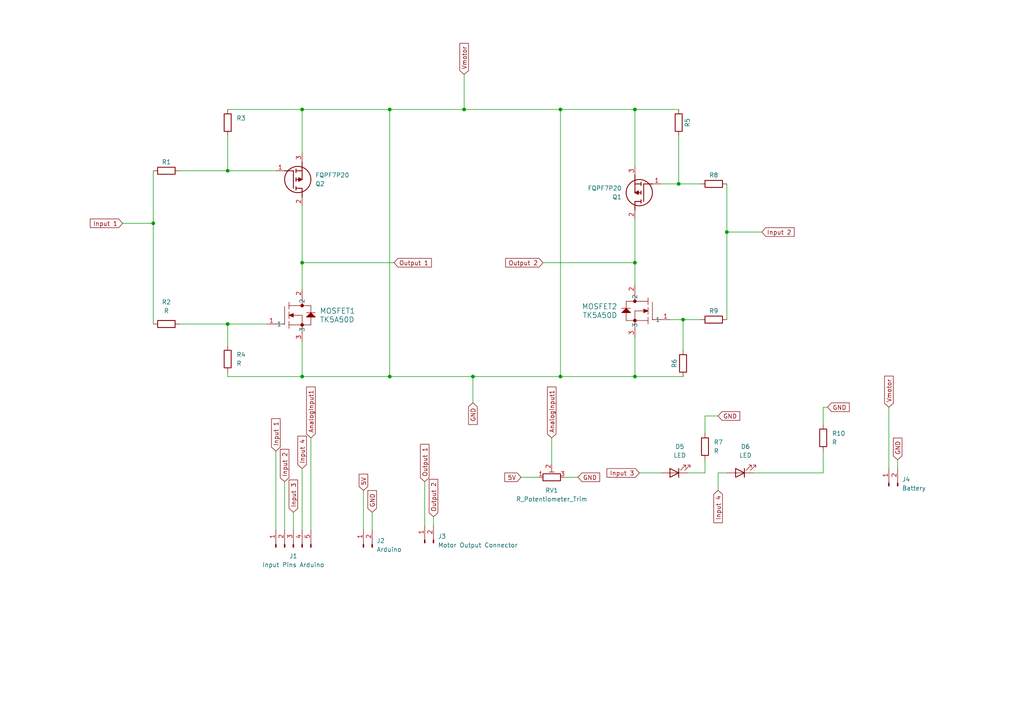
<source format=kicad_sch>
(kicad_sch (version 20231120) (generator "eeschema") (generator_version "8.0")
  (paper "A4")
  (lib_symbols
    (symbol "Connector:Conn_01x02_Pin" (pin_names (offset 1.016) hide)
      (property "Reference" "J" (at 0 2.54 0))
      (property "Value" "Conn_01x02_Pin" (at 0 -5.08 0))
      (symbol "Conn_01x02_Pin_1_1"
        (polyline (pts (xy 1.27 -2.54) (xy 0.8636 -2.54)) (stroke (width 0.1524)))
        (polyline (pts (xy 1.27 0) (xy 0.8636 0)) (stroke (width 0.1524)))
        (rectangle (start 0.8636 -2.413) (end 0 -2.667) (stroke (width 0.1524)) (fill (type outline)))
        (rectangle (start 0.8636 0.127) (end 0 -0.127) (stroke (width 0.1524)) (fill (type outline)))
        (pin passive line (at 5.08 0 180) (length 3.81) (name "Pin_1") (number "1"))
        (pin passive line (at 5.08 -2.54 180) (length 3.81) (name "Pin_2") (number "2"))
      )
    )
    (symbol "Connector:Conn_01x05_Pin" (pin_names (offset 1.016) hide)
      (property "Reference" "J" (at 0 7.62 0))
      (property "Value" "Conn_01x05_Pin" (at 0 -7.62 0))
      (symbol "Conn_01x05_Pin_1_1"
        (polyline (pts (xy 1.27 -5.08) (xy 0.8636 -5.08)) (stroke (width 0.1524)))
        (polyline (pts (xy 1.27 -2.54) (xy 0.8636 -2.54)) (stroke (width 0.1524)))
        (polyline (pts (xy 1.27 0) (xy 0.8636 0)) (stroke (width 0.1524)))
        (polyline (pts (xy 1.27 2.54) (xy 0.8636 2.54)) (stroke (width 0.1524)))
        (polyline (pts (xy 1.27 5.08) (xy 0.8636 5.08)) (stroke (width 0.1524)))
        (rectangle (start 0.8636 -4.953) (end 0 -5.207) (stroke (width 0.1524)) (fill (type outline)))
        (rectangle (start 0.8636 -2.413) (end 0 -2.667) (stroke (width 0.1524)) (fill (type outline)))
        (rectangle (start 0.8636 0.127) (end 0 -0.127) (stroke (width 0.1524)) (fill (type outline)))
        (rectangle (start 0.8636 2.667) (end 0 2.413) (stroke (width 0.1524)) (fill (type outline)))
        (rectangle (start 0.8636 5.207) (end 0 4.953) (stroke (width 0.1524)) (fill (type outline)))
        (pin passive line (at 5.08 5.08 180) (length 3.81) (name "Pin_1") (number "1"))
        (pin passive line (at 5.08 2.54 180) (length 3.81) (name "Pin_2") (number "2"))
        (pin passive line (at 5.08 0 180) (length 3.81) (name "Pin_3") (number "3"))
        (pin passive line (at 5.08 -2.54 180) (length 3.81) (name "Pin_4") (number "4"))
        (pin passive line (at 5.08 -5.08 180) (length 3.81) (name "Pin_5") (number "5"))
      )
    )
    (symbol "Device:LED" (pin_numbers hide) (pin_names (offset 1.016) hide)
      (property "Reference" "D" (at 0 2.54 0))
      (property "Value" "LED" (at 0 -2.54 0))
      (symbol "LED_0_1"
        (polyline (pts (xy -1.27 -1.27) (xy -1.27 1.27)) (stroke (width 0.254)))
        (polyline (pts (xy -1.27 0) (xy 1.27 0)))
        (polyline (pts (xy 1.27 -1.27) (xy 1.27 1.27) (xy -1.27 0) (xy 1.27 -1.27)) (stroke (width 0.254)))
        (polyline (pts (xy -3.048 -0.762) (xy -4.572 -2.286) (xy -3.81 -2.286) (xy -4.572 -2.286) (xy -4.572 -1.524)))
        (polyline (pts (xy -1.778 -0.762) (xy -3.302 -2.286) (xy -2.54 -2.286) (xy -3.302 -2.286) (xy -3.302 -1.524)))
      )
      (symbol "LED_1_1"
        (pin passive line (at -3.81 0 0) (length 2.54) (name "K") (number "1"))
        (pin passive line (at 3.81 0 180) (length 2.54) (name "A") (number "2"))
      )
    )
    (symbol "Device:R" (pin_numbers hide) (pin_names (offset 0))
      (property "Reference" "R" (at 2.032 0 90))
      (property "Value" "R" (at 0 0 90))
      (symbol "R_0_1"
        (rectangle (start -1.016 -2.54) (end 1.016 2.54) (stroke (width 0.254)))
      )
      (symbol "R_1_1"
        (pin passive line (at 0 3.81 270) (length 1.27) (name "~") (number "1"))
        (pin passive line (at 0 -3.81 90) (length 1.27) (name "~") (number "2"))
      )
    )
    (symbol "Device:R_Potentiometer_Trim" (pin_names (offset 1.016) hide)
      (property "Reference" "RV" (at -4.445 0 90))
      (property "Value" "R_Potentiometer_Trim" (at -2.54 0 90))
      (symbol "R_Potentiometer_Trim_0_1"
        (polyline (pts (xy 1.524 0.762) (xy 1.524 -0.762)))
        (polyline (pts (xy 2.54 0) (xy 1.524 0)))
        (rectangle (start 1.016 2.54) (end -1.016 -2.54) (stroke (width 0.254)))
      )
      (symbol "R_Potentiometer_Trim_1_1"
        (pin passive line (at 0 3.81 270) (length 1.27) (name "1") (number "1"))
        (pin passive line (at 3.81 0 180) (length 1.27) (name "2") (number "2"))
        (pin passive line (at 0 -3.81 90) (length 1.27) (name "3") (number "3"))
      )
    )
    (symbol "FQPF7P20:FQPF7P20" (pin_names hide)
      (property "Reference" "Q" (at 11.43 3.81 0))
      (property "Value" "FQPF7P20" (at 11.43 1.27 0))
      (symbol "FQPF7P20_1_1"
        (polyline (pts (xy 2.54 0) (xy 5.08 0)) (stroke (width 0.254)))
        (polyline (pts (xy 5.08 5.08) (xy 5.08 0)) (stroke (width 0.254)))
        (polyline (pts (xy 5.842 -0.508) (xy 5.842 0.508)) (stroke (width 0.254)))
        (polyline (pts (xy 5.842 0) (xy 7.62 0)) (stroke (width 0.254)))
        (polyline (pts (xy 5.842 2.032) (xy 5.842 3.048)) (stroke (width 0.254)))
        (polyline (pts (xy 5.842 5.588) (xy 5.842 4.572)) (stroke (width 0.254)))
        (polyline (pts (xy 7.62 2.54) (xy 5.842 2.54)) (stroke (width 0.254)))
        (polyline (pts (xy 7.62 2.54) (xy 7.62 -2.54)) (stroke (width 0.254)))
        (polyline (pts (xy 7.62 5.08) (xy 5.842 5.08)) (stroke (width 0.254)))
        (polyline (pts (xy 7.62 5.08) (xy 7.62 7.62)) (stroke (width 0.254)))
        (polyline (pts (xy 7.62 2.54) (xy 6.604 3.048) (xy 6.604 2.032) (xy 7.62 2.54)) (stroke (width 0.254)) (fill (type outline)))
        (circle (center 6.35 2.54) (radius 3.81) (stroke (width 0.254)))
        (pin passive line (at 0 0 0) (length 2.54) (name "G") (number "1"))
        (pin passive line (at 7.62 10.16 270) (length 2.54) (name "D") (number "2"))
        (pin passive line (at 7.62 -5.08 90) (length 2.54) (name "S") (number "3"))
      )
    )
    (symbol "TK5A50D:TK5A50D" (pin_names (offset 0.254))
      (property "Reference" "MOSFET" (at 0 0 0))
      (property "Value" "TK5A50D" (at 0 0 0))
      (symbol "TK5A50D_0_1"
        (polyline (pts (xy 2.54 -7.62) (xy 0 -7.62)) (stroke (width 0.1524)))
        (polyline (pts (xy 2.54 -7.62) (xy 2.286 -7.62)) (stroke (width 0.1524)))
        (polyline (pts (xy 2.54 -7.62) (xy 2.54 -2.54)) (stroke (width 0.1524)))
        (polyline (pts (xy 3.81 -8.89) (xy 3.81 -6.858)) (stroke (width 0.1524)))
        (polyline (pts (xy 3.81 -7.874) (xy 10.16 -7.874)) (stroke (width 0.1524)))
        (polyline (pts (xy 3.81 -6.096) (xy 3.81 -4.064)) (stroke (width 0.1524)))
        (polyline (pts (xy 3.81 -5.08) (xy 5.08 -4.572)) (stroke (width 0.1524)))
        (polyline (pts (xy 3.81 -3.302) (xy 3.81 -1.27)) (stroke (width 0.1524)))
        (polyline (pts (xy 5.08 -5.588) (xy 3.81 -5.08)) (stroke (width 0.1524)))
        (polyline (pts (xy 5.08 -5.08) (xy 7.62 -5.08)) (stroke (width 0.1524)))
        (polyline (pts (xy 5.08 -4.572) (xy 5.08 -5.588)) (stroke (width 0.1524)))
        (polyline (pts (xy 7.62 -5.08) (xy 7.62 -10.16)) (stroke (width 0.1524)))
        (polyline (pts (xy 7.62 0) (xy 7.62 -2.286)) (stroke (width 0.1524)))
        (polyline (pts (xy 8.89 -5.588) (xy 11.43 -5.588)) (stroke (width 0.1524)))
        (polyline (pts (xy 8.89 -4.318) (xy 11.43 -4.318)) (stroke (width 0.1524)))
        (polyline (pts (xy 10.16 -7.874) (xy 10.16 -5.588)) (stroke (width 0.1524)))
        (polyline (pts (xy 10.16 -4.318) (xy 8.89 -5.588)) (stroke (width 0.1524)))
        (polyline (pts (xy 10.16 -4.318) (xy 10.16 -2.286)) (stroke (width 0.1524)))
        (polyline (pts (xy 10.16 -2.286) (xy 3.81 -2.286)) (stroke (width 0.1524)))
        (polyline (pts (xy 11.43 -5.588) (xy 10.16 -4.318)) (stroke (width 0.1524)))
        (polyline (pts (xy 5.08 -4.572) (xy 3.81 -5.08) (xy 5.08 -5.588)) (fill (type outline)))
        (polyline (pts (xy 10.16 -4.318) (xy 8.89 -5.588) (xy 11.43 -5.588)) (fill (type outline)))
        (circle (center 7.62 -7.874) (radius 0.254) (stroke (width 0.508)))
        (circle (center 7.62 -2.286) (radius 0.254) (stroke (width 0.508)))
        (pin unspecified line (at -2.54 -7.62 0) (length 2.54) (name "1") (number "1"))
        (pin unspecified line (at 7.62 2.54 270) (length 2.54) (name "2") (number "2"))
        (pin unspecified line (at 7.62 -12.7 90) (length 2.54) (name "3") (number "3"))
      )
    )
    (symbol "TK5A50D_1" (pin_names (offset 0.254))
      (property "Reference" "MOSFET2" (at 12.7 -3.8099 0))
      (property "Value" "TK5A50D" (at 12.7 -6.3499 0))
      (symbol "TK5A50D_1_0_1"
        (polyline (pts (xy 2.54 -7.62) (xy 0 -7.62)) (stroke (width 0.1524)))
        (polyline (pts (xy 2.54 -7.62) (xy 2.286 -7.62)) (stroke (width 0.1524)))
        (polyline (pts (xy 2.54 -7.62) (xy 2.54 -2.54)) (stroke (width 0.1524)))
        (polyline (pts (xy 3.81 -8.89) (xy 3.81 -6.858)) (stroke (width 0.1524)))
        (polyline (pts (xy 3.81 -7.874) (xy 10.16 -7.874)) (stroke (width 0.1524)))
        (polyline (pts (xy 3.81 -6.096) (xy 3.81 -4.064)) (stroke (width 0.1524)))
        (polyline (pts (xy 3.81 -5.08) (xy 5.08 -4.572)) (stroke (width 0.1524)))
        (polyline (pts (xy 3.81 -3.302) (xy 3.81 -1.27)) (stroke (width 0.1524)))
        (polyline (pts (xy 5.08 -5.588) (xy 3.81 -5.08)) (stroke (width 0.1524)))
        (polyline (pts (xy 5.08 -5.08) (xy 7.62 -5.08)) (stroke (width 0.1524)))
        (polyline (pts (xy 5.08 -4.572) (xy 5.08 -5.588)) (stroke (width 0.1524)))
        (polyline (pts (xy 7.62 -5.08) (xy 7.62 -10.16)) (stroke (width 0.1524)))
        (polyline (pts (xy 7.62 0) (xy 7.62 -2.286)) (stroke (width 0.1524)))
        (polyline (pts (xy 8.89 -5.588) (xy 11.43 -5.588)) (stroke (width 0.1524)))
        (polyline (pts (xy 8.89 -4.318) (xy 11.43 -4.318)) (stroke (width 0.1524)))
        (polyline (pts (xy 10.16 -7.874) (xy 10.16 -5.588)) (stroke (width 0.1524)))
        (polyline (pts (xy 10.16 -4.318) (xy 8.89 -5.588)) (stroke (width 0.1524)))
        (polyline (pts (xy 10.16 -4.318) (xy 10.16 -2.286)) (stroke (width 0.1524)))
        (polyline (pts (xy 10.16 -2.286) (xy 3.81 -2.286)) (stroke (width 0.1524)))
        (polyline (pts (xy 11.43 -5.588) (xy 10.16 -4.318)) (stroke (width 0.1524)))
        (polyline (pts (xy 5.08 -4.572) (xy 3.81 -5.08) (xy 5.08 -5.588)) (fill (type outline)))
        (polyline (pts (xy 10.16 -4.318) (xy 8.89 -5.588) (xy 11.43 -5.588)) (fill (type outline)))
        (circle (center 7.62 -7.874) (radius 0.254) (stroke (width 0.508)))
        (circle (center 7.62 -2.286) (radius 0.254) (stroke (width 0.508)))
        (pin unspecified line (at -2.54 -7.62 0) (length 2.54) (name "1") (number "1"))
        (pin unspecified line (at 7.62 2.54 270) (length 2.54) (name "2") (number "2"))
        (pin unspecified line (at 7.62 -12.7 90) (length 2.54) (name "3") (number "3"))
      )
    )
  )
  (junction (at 198.12 92.71))
  (junction (at 162.56 31.75))
  (junction (at 87.63 76.2))
  (junction (at 137.16 109.22))
  (junction (at 134.62 31.75))
  (junction (at 113.03 31.75))
  (junction (at 66.04 49.53))
  (junction (at 44.45 64.77))
  (junction (at 66.04 93.98))
  (junction (at 87.63 31.75))
  (junction (at 184.15 31.75))
  (junction (at 196.85 53.34))
  (junction (at 210.82 67.31))
  (junction (at 184.15 76.2))
  (junction (at 113.03 109.22))
  (junction (at 184.15 109.22))
  (junction (at 87.63 109.22))
  (junction (at 162.56 109.22))
  (wire (pts (xy 163.83 138.43) (xy 167.64 138.43)))
  (wire (pts (xy 66.04 93.98) (xy 66.04 100.33)))
  (wire (pts (xy 87.63 76.2) (xy 114.3 76.2)))
  (wire (pts (xy 218.44 137.16) (xy 238.76 137.16)))
  (wire (pts (xy 260.35 133.35) (xy 260.35 135.89)))
  (wire (pts (xy 125.73 149.86) (xy 125.73 152.4)))
  (wire (pts (xy 238.76 118.11) (xy 238.76 123.19)))
  (wire (pts (xy 184.15 63.5) (xy 184.15 76.2)))
  (wire (pts (xy 208.28 120.65) (xy 204.47 120.65)))
  (wire (pts (xy 198.12 92.71) (xy 203.2 92.71)))
  (wire (pts (xy 208.28 137.16) (xy 210.82 137.16)))
  (wire (pts (xy 66.04 39.37) (xy 66.04 49.53)))
  (wire (pts (xy 52.07 93.98) (xy 66.04 93.98)))
  (wire (pts (xy 87.63 31.75) (xy 87.63 44.45)))
  (wire (pts (xy 66.04 31.75) (xy 87.63 31.75)))
  (wire (pts (xy 204.47 120.65) (xy 204.47 125.73)))
  (wire (pts (xy 85.09 148.59) (xy 85.09 153.67)))
  (wire (pts (xy 210.82 67.31) (xy 210.82 92.71)))
  (wire (pts (xy 194.31 92.71) (xy 198.12 92.71)))
  (wire (pts (xy 52.07 49.53) (xy 66.04 49.53)))
  (wire (pts (xy 90.17 127) (xy 90.17 153.67)))
  (wire (pts (xy 184.15 48.26) (xy 184.15 31.75)))
  (wire (pts (xy 44.45 64.77) (xy 44.45 93.98)))
  (wire (pts (xy 35.56 64.77) (xy 44.45 64.77)))
  (wire (pts (xy 184.15 76.2) (xy 184.15 82.55)))
  (wire (pts (xy 157.48 76.2) (xy 184.15 76.2)))
  (wire (pts (xy 105.41 142.24) (xy 105.41 153.67)))
  (wire (pts (xy 151.13 138.43) (xy 156.21 138.43)))
  (wire (pts (xy 162.56 31.75) (xy 184.15 31.75)))
  (wire (pts (xy 87.63 135.89) (xy 87.63 153.67)))
  (wire (pts (xy 185.42 137.16) (xy 191.77 137.16)))
  (wire (pts (xy 44.45 64.77) (xy 44.45 49.53)))
  (wire (pts (xy 66.04 109.22) (xy 87.63 109.22)))
  (wire (pts (xy 162.56 109.22) (xy 184.15 109.22)))
  (wire (pts (xy 134.62 21.59) (xy 134.62 31.75)))
  (wire (pts (xy 87.63 31.75) (xy 113.03 31.75)))
  (wire (pts (xy 80.01 130.81) (xy 80.01 153.67)))
  (wire (pts (xy 220.98 67.31) (xy 210.82 67.31)))
  (wire (pts (xy 191.77 53.34) (xy 196.85 53.34)))
  (wire (pts (xy 66.04 107.95) (xy 66.04 109.22)))
  (wire (pts (xy 184.15 97.79) (xy 184.15 109.22)))
  (wire (pts (xy 184.15 109.22) (xy 198.12 109.22)))
  (wire (pts (xy 87.63 76.2) (xy 87.63 83.82)))
  (wire (pts (xy 199.39 137.16) (xy 204.47 137.16)))
  (wire (pts (xy 196.85 39.37) (xy 196.85 53.34)))
  (wire (pts (xy 113.03 109.22) (xy 137.16 109.22)))
  (wire (pts (xy 66.04 93.98) (xy 77.47 93.98)))
  (wire (pts (xy 113.03 31.75) (xy 134.62 31.75)))
  (wire (pts (xy 82.55 139.7) (xy 82.55 153.67)))
  (wire (pts (xy 198.12 92.71) (xy 198.12 101.6)))
  (wire (pts (xy 162.56 31.75) (xy 162.56 109.22)))
  (wire (pts (xy 113.03 31.75) (xy 113.03 109.22)))
  (wire (pts (xy 87.63 109.22) (xy 113.03 109.22)))
  (wire (pts (xy 238.76 137.16) (xy 238.76 130.81)))
  (wire (pts (xy 123.19 139.7) (xy 123.19 152.4)))
  (wire (pts (xy 204.47 137.16) (xy 204.47 133.35)))
  (wire (pts (xy 196.85 53.34) (xy 203.2 53.34)))
  (wire (pts (xy 137.16 109.22) (xy 137.16 116.84)))
  (wire (pts (xy 134.62 31.75) (xy 162.56 31.75)))
  (wire (pts (xy 66.04 49.53) (xy 80.01 49.53)))
  (wire (pts (xy 87.63 59.69) (xy 87.63 76.2)))
  (wire (pts (xy 210.82 67.31) (xy 210.82 53.34)))
  (wire (pts (xy 208.28 142.24) (xy 208.28 137.16)))
  (wire (pts (xy 240.03 118.11) (xy 238.76 118.11)))
  (wire (pts (xy 257.81 118.11) (xy 257.81 135.89)))
  (wire (pts (xy 160.02 127) (xy 160.02 134.62)))
  (wire (pts (xy 107.95 148.59) (xy 107.95 153.67)))
  (wire (pts (xy 184.15 31.75) (xy 196.85 31.75)))
  (wire (pts (xy 87.63 99.06) (xy 87.63 109.22)))
  (wire (pts (xy 137.16 109.22) (xy 162.56 109.22)))
  (global_label "GND" (shape input) (at 240.03 118.11 0) (property "Intersheetrefs" "${INTERSHEET_REFS}" (effects (hide yes))))
  (global_label "GND" (shape input) (at 167.64 138.43 0) (property "Intersheetrefs" "${INTERSHEET_REFS}" (effects (hide yes))))
  (global_label "Vmotor" (shape input) (at 134.62 21.59 90) (property "Intersheetrefs" "${INTERSHEET_REFS}" (effects (hide yes))))
  (global_label "5V" (shape input) (at 105.41 142.24 90) (property "Intersheetrefs" "${INTERSHEET_REFS}" (effects (hide yes))))
  (global_label "Input 2" (shape input) (at 220.98 67.31 0) (property "Intersheetrefs" "${INTERSHEET_REFS}" (effects (hide yes))))
  (global_label "Input 3" (shape input) (at 85.09 148.59 90) (property "Intersheetrefs" "${INTERSHEET_REFS}" (effects (hide yes))))
  (global_label "Input 4" (shape input) (at 208.28 142.24 270) (property "Intersheetrefs" "${INTERSHEET_REFS}" (effects (hide yes))))
  (global_label "Output 2" (shape input) (at 157.48 76.2 180) (property "Intersheetrefs" "${INTERSHEET_REFS}" (effects (hide yes))))
  (global_label "Vmotor" (shape input) (at 257.81 118.11 90) (property "Intersheetrefs" "${INTERSHEET_REFS}" (effects (hide yes))))
  (global_label "GND" (shape input) (at 260.35 133.35 90) (property "Intersheetrefs" "${INTERSHEET_REFS}" (effects (hide yes))))
  (global_label "Output 2" (shape input) (at 125.73 149.86 90) (property "Intersheetrefs" "${INTERSHEET_REFS}" (effects (hide yes))))
  (global_label "Input 1" (shape input) (at 35.56 64.77 180) (property "Intersheetrefs" "${INTERSHEET_REFS}" (effects (hide yes))))
  (global_label "Input 2" (shape input) (at 82.55 139.7 90) (property "Intersheetrefs" "${INTERSHEET_REFS}" (effects (hide yes))))
  (global_label "AnalogInput1" (shape input) (at 160.02 127 90) (property "Intersheetrefs" "${INTERSHEET_REFS}" (effects (hide yes))))
  (global_label "5V" (shape input) (at 151.13 138.43 180) (property "Intersheetrefs" "${INTERSHEET_REFS}" (effects (hide yes))))
  (global_label "Input 4" (shape input) (at 87.63 135.89 90) (property "Intersheetrefs" "${INTERSHEET_REFS}" (effects (hide yes))))
  (global_label "Input 3" (shape input) (at 185.42 137.16 180) (property "Intersheetrefs" "${INTERSHEET_REFS}" (effects (hide yes))))
  (global_label "GND" (shape input) (at 208.28 120.65 0) (property "Intersheetrefs" "${INTERSHEET_REFS}" (effects (hide yes))))
  (global_label "Output 1" (shape input) (at 114.3 76.2 0) (property "Intersheetrefs" "${INTERSHEET_REFS}" (effects (hide yes))))
  (global_label "GND" (shape input) (at 107.95 148.59 90) (property "Intersheetrefs" "${INTERSHEET_REFS}" (effects (hide yes))))
  (global_label "GND" (shape input) (at 137.16 116.84 270) (property "Intersheetrefs" "${INTERSHEET_REFS}" (effects (hide yes))))
  (global_label "Output 1" (shape input) (at 123.19 139.7 90) (property "Intersheetrefs" "${INTERSHEET_REFS}" (effects (hide yes))))
  (global_label "AnalogInput1" (shape input) (at 90.17 127 90) (property "Intersheetrefs" "${INTERSHEET_REFS}" (effects (hide yes))))
  (global_label "Input 1" (shape input) (at 80.01 130.81 90) (property "Intersheetrefs" "${INTERSHEET_REFS}" (effects (hide yes))))
  (symbol (lib_id "Device:R") (at 198.12 105.41 0) (unit 1)
    (property "Reference" "R6" (at 195.58 105.41 90))
    (property "Value" "R" (effects (hide yes)))
    (property "Footprint" "Resistor_THT:R_Axial_DIN0207_L6.3mm_D2.5mm_P10.16mm_Horizontal" (effects (hide yes)))
    (property "Description" "Resistor" (effects (hide yes)))
  )
  (symbol (lib_id "Device:R") (at 48.26 49.53 270) (unit 1)
    (property "Reference" "R1" (at 48.26 46.99 90))
    (property "Value" "R" (effects (hide yes)))
    (property "Footprint" "Resistor_THT:R_Axial_DIN0207_L6.3mm_D2.5mm_P10.16mm_Horizontal" (effects (hide yes)))
    (property "Description" "Resistor" (effects (hide yes)))
  )
  (symbol (lib_id "Connector:Conn_01x05_Pin") (at 85.09 158.75 90) (unit 1)
    (property "Reference" "J1" (at 85.09 161.29 90))
    (property "Value" "Input Pins Arduino" (at 85.09 163.83 90))
    (property "Footprint" "Connector_PinHeader_2.54mm:PinHeader_1x05_P2.54mm_Vertical" (effects (hide yes)))
    (property "Description" "Generic connector, single row, 01x05, script generated" (effects (hide yes)))
  )
  (symbol (lib_id "Connector:Conn_01x02_Pin") (at 105.41 158.75 90) (unit 1)
    (property "Reference" "J2" (at 109.22 156.8449 90) (effects (justify right)))
    (property "Value" "Arduino" (at 109.22 159.3849 90) (effects (justify right)))
    (property "Footprint" "Connector_PinHeader_2.54mm:PinHeader_1x02_P2.54mm_Vertical" (effects (hide yes)))
    (property "Description" "Generic connector, single row, 01x02, script generated" (effects (hide yes)))
  )
  (symbol (lib_id "Device:R_Potentiometer_Trim") (at 160.02 138.43 90) (unit 1)
    (property "Reference" "RV1" (at 160.02 142.24 90))
    (property "Value" "R_Potentiometer_Trim" (at 160.02 144.78 90))
    (property "Footprint" "Potentiometer_THT:Potentiometer_Bourns_3296Y_Vertical" (effects (hide yes)))
    (property "Description" "Trim-potentiometer" (effects (hide yes)))
  )
  (symbol (lib_id "Device:R") (at 207.01 53.34 270) (unit 1)
    (property "Reference" "R8" (at 207.01 50.8 90))
    (property "Value" "R" (effects (hide yes)))
    (property "Footprint" "Resistor_THT:R_Axial_DIN0207_L6.3mm_D2.5mm_P10.16mm_Horizontal" (effects (hide yes)))
    (property "Description" "Resistor" (effects (hide yes)))
  )
  (symbol (lib_id "Device:R") (at 48.26 93.98 270) (unit 1)
    (property "Reference" "R2" (at 48.26 87.63 90))
    (property "Value" "R" (at 48.26 90.17 90))
    (property "Footprint" "Resistor_THT:R_Axial_DIN0207_L6.3mm_D2.5mm_P10.16mm_Horizontal" (effects (hide yes)))
    (property "Description" "Resistor" (effects (hide yes)))
  )
  (symbol (lib_id "Device:R") (at 238.76 127 0) (unit 1)
    (property "Reference" "R10" (at 241.3 125.7299 0) (effects (justify left)))
    (property "Value" "R" (at 241.3 128.2699 0) (effects (justify left)))
    (property "Footprint" "Resistor_THT:R_Axial_DIN0207_L6.3mm_D2.5mm_P10.16mm_Horizontal" (effects (hide yes)))
    (property "Description" "Resistor" (effects (hide yes)))
  )
  (symbol (lib_id "Device:LED") (at 195.58 137.16 180) (unit 1)
    (property "Reference" "D5" (at 197.1675 129.54 0))
    (property "Value" "LED" (at 197.1675 132.08 0))
    (property "Footprint" "LED_THT:LED_D3.0mm_Horizontal_O1.27mm_Z2.0mm" (effects (hide yes)))
    (property "Description" "Light emitting diode" (effects (hide yes)))
  )
  (symbol (lib_id "Device:R") (at 204.47 129.54 0) (unit 1)
    (property "Reference" "R7" (at 207.01 128.2699 0) (effects (justify left)))
    (property "Value" "R" (at 207.01 130.8099 0) (effects (justify left)))
    (property "Footprint" "Resistor_THT:R_Axial_DIN0207_L6.3mm_D2.5mm_P10.16mm_Horizontal" (effects (hide yes)))
    (property "Description" "Resistor" (effects (hide yes)))
  )
  (symbol (lib_id "Device:R") (at 196.85 35.56 180) (unit 1)
    (property "Reference" "R5" (at 199.39 35.56 90))
    (property "Value" "R" (effects (hide yes)))
    (property "Footprint" "Resistor_THT:R_Axial_DIN0207_L6.3mm_D2.5mm_P10.16mm_Horizontal" (effects (hide yes)))
    (property "Description" "Resistor" (effects (hide yes)))
  )
  (symbol (lib_id "Device:R") (at 66.04 104.14 0) (unit 1)
    (property "Reference" "R4" (at 68.58 102.8699 0) (effects (justify left)))
    (property "Value" "R" (at 68.58 105.4099 0) (effects (justify left)))
    (property "Footprint" "Resistor_THT:R_Axial_DIN0207_L6.3mm_D2.5mm_P10.16mm_Horizontal" (effects (hide yes)))
    (property "Description" "Resistor" (effects (hide yes)))
  )
  (symbol (lib_id "Device:LED") (at 214.63 137.16 180) (unit 1)
    (property "Reference" "D6" (at 216.2175 129.54 0))
    (property "Value" "LED" (at 216.2175 132.08 0))
    (property "Footprint" "LED_THT:LED_D3.0mm_Horizontal_O1.27mm_Z2.0mm" (effects (hide yes)))
    (property "Description" "Light emitting diode" (effects (hide yes)))
  )
  (symbol (lib_id "FQPF7P20:FQPF7P20") (at 80.01 49.53 0) (mirror x) (unit 1)
    (property "Reference" "Q2" (at 91.44 53.3401 0) (effects (justify left)))
    (property "Value" "FQPF7P20" (at 91.44 50.8001 0) (effects (justify left)))
    (property "Footprint" "TO254P274X1016X1970-3P" (effects (hide yes)))
    (property "Datasheet" "https://www.onsemi.com/pub/Collateral/FQPF7P20-D.pdf" (effects (hide yes)))
    (property "Description" "P-Channel MOSFET, 5.2 A, 200 V, 3-Pin TO-220F ON Semiconductor FQPF7P20" (effects (hide yes)))
    (property "Height" "2.74" (effects (hide yes)))
    (property "Manufacturer_Name" "onsemi" (effects (hide yes)))
    (property "Manufacturer_Part_Number" "FQPF7P20" (effects (hide yes)))
  )
  (symbol (lib_id "FQPF7P20:FQPF7P20") (at 191.77 53.34 180) (unit 1)
    (property "Reference" "Q1" (at 180.34 57.1501 0) (effects (justify left)))
    (property "Value" "FQPF7P20" (at 180.34 54.6101 0) (effects (justify left)))
    (property "Footprint" "TO254P274X1016X1970-3P" (effects (hide yes)))
    (property "Datasheet" "https://www.onsemi.com/pub/Collateral/FQPF7P20-D.pdf" (effects (hide yes)))
    (property "Description" "P-Channel MOSFET, 5.2 A, 200 V, 3-Pin TO-220F ON Semiconductor FQPF7P20" (effects (hide yes)))
    (property "Height" "2.74" (effects (hide yes)))
    (property "Manufacturer_Name" "onsemi" (effects (hide yes)))
    (property "Manufacturer_Part_Number" "FQPF7P20" (effects (hide yes)))
  )
  (symbol (lib_id "TK5A50D:TK5A50D") (at 80.01 86.36 0) (unit 1)
    (property "Reference" "MOSFET1" (at 92.71 90.1699 0) (effects (font (size 1.524 1.524)) (justify left)))
    (property "Value" "TK5A50D" (at 92.71 92.7099 0) (effects (font (size 1.524 1.524)) (justify left)))
    (property "Footprint" "TO-220SIS_TOS" (effects (hide yes)))
    (property "Datasheet" "TK5A50D" (effects (hide yes)))
  )
  (symbol (lib_name "TK5A50D_1") (lib_id "TK5A50D:TK5A50D") (at 191.77 85.09 0) (mirror y) (unit 1)
    (property "Reference" "MOSFET2" (at 179.07 88.8999 0) (effects (font (size 1.524 1.524)) (justify left)))
    (property "Value" "TK5A50D" (at 179.07 91.4399 0) (effects (font (size 1.524 1.524)) (justify left)))
    (property "Footprint" "TO-220SIS_TOS" (effects (hide yes)))
    (property "Datasheet" "TK5A50D" (effects (hide yes)))
  )
  (symbol (lib_id "Device:R") (at 66.04 35.56 180) (unit 1)
    (property "Reference" "R3" (at 68.58 34.2899 0) (effects (justify right)))
    (property "Value" "R" (effects (hide yes)))
    (property "Footprint" "Resistor_THT:R_Axial_DIN0207_L6.3mm_D2.5mm_P10.16mm_Horizontal" (effects (hide yes)))
    (property "Description" "Resistor" (effects (hide yes)))
  )
  (symbol (lib_id "Device:R") (at 207.01 92.71 270) (unit 1)
    (property "Reference" "R9" (at 207.01 90.17 90))
    (property "Value" "R" (effects (hide yes)))
    (property "Footprint" "Resistor_THT:R_Axial_DIN0207_L6.3mm_D2.5mm_P10.16mm_Horizontal" (effects (hide yes)))
    (property "Description" "Resistor" (effects (hide yes)))
  )
  (symbol (lib_id "Connector:Conn_01x02_Pin") (at 257.81 140.97 90) (unit 1)
    (property "Reference" "J4" (at 261.62 139.0649 90) (effects (justify right)))
    (property "Value" "Battery" (at 261.62 141.6049 90) (effects (justify right)))
    (property "Footprint" "Connector_PinHeader_2.54mm:PinHeader_1x02_P2.54mm_Vertical" (effects (hide yes)))
    (property "Description" "Generic connector, single row, 01x02, script generated" (effects (hide yes)))
  )
  (symbol (lib_id "Connector:Conn_01x02_Pin") (at 123.19 157.48 90) (unit 1)
    (property "Reference" "J3" (at 127 155.5749 90) (effects (justify right)))
    (property "Value" "Motor Output Connector" (at 127 158.1149 90) (effects (justify right)))
    (property "Footprint" "Connector_PinHeader_2.54mm:PinHeader_1x02_P2.54mm_Vertical" (effects (hide yes)))
    (property "Description" "Generic connector, single row, 01x02, script generated" (effects (hide yes)))
  )
)
</source>
